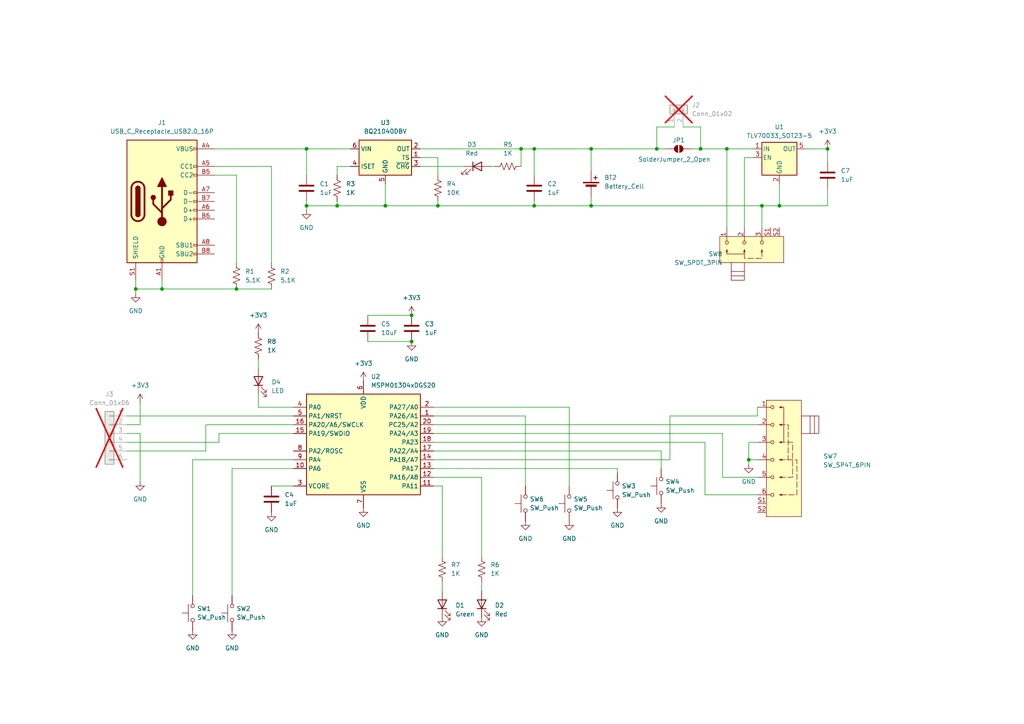
<source format=kicad_sch>
(kicad_sch (version 20250114) (generator "eeschema") (generator_version "9.0")
  (paper "A4")
  (lib_symbols
    (symbol "Battery_Management:BQ21040DBV"
      (property "Reference" "U" (at -7.62 6.35 0))
      (property "Value" "BQ21040DBV" (at 1.27 6.35 0))
      (symbol "BQ21040DBV_0_1"
        (rectangle (start -7.62 5.08) (end 7.62 -5.08) (stroke (width 0.254)) (fill (type background)))
      )
      (symbol "BQ21040DBV_1_1"
        (pin power_in line (at -10.16 2.54 0) (length 2.54) (name "VIN") (number "6"))
        (pin input line (at -10.16 -2.54 0) (length 2.54) (name "ISET") (number "4"))
        (pin power_in line (at 0 -7.62 90) (length 2.54) (name "GND") (number "5"))
        (pin power_out line (at 10.16 2.54 180) (length 2.54) (name "OUT") (number "2"))
        (pin input line (at 10.16 0 180) (length 2.54) (name "TS") (number "1"))
        (pin open_collector line (at 10.16 -2.54 180) (length 2.54) (name "~{CHG}") (number "3"))
      )
    )
    (symbol "Connector:USB_C_Receptacle_USB2.0_16P" (pin_names (offset 1.016))
      (property "Reference" "J" (at 0 22.225 0))
      (property "Value" "USB_C_Receptacle_USB2.0_16P" (at 0 19.685 0))
      (symbol "USB_C_Receptacle_USB2.0_16P_0_0"
        (rectangle (start -0.254 -17.78) (end 0.254 -16.764))
        (rectangle (start 10.16 15.494) (end 9.144 14.986))
        (rectangle (start 10.16 10.414) (end 9.144 9.906))
        (rectangle (start 10.16 7.874) (end 9.144 7.366))
        (rectangle (start 10.16 2.794) (end 9.144 2.286))
        (rectangle (start 10.16 0.254) (end 9.144 -0.254))
        (rectangle (start 10.16 -2.286) (end 9.144 -2.794))
        (rectangle (start 10.16 -4.826) (end 9.144 -5.334))
        (rectangle (start 10.16 -12.446) (end 9.144 -12.954))
        (rectangle (start 10.16 -14.986) (end 9.144 -15.494))
      )
      (symbol "USB_C_Receptacle_USB2.0_16P_0_1"
        (rectangle (start -10.16 17.78) (end 10.16 -17.78) (stroke (width 0.254)) (fill (type background)))
        (polyline (pts (xy -8.89 -3.81) (xy -8.89 3.81)) (stroke (width 0.508)))
        (rectangle (start -7.62 -3.81) (end -6.35 3.81) (stroke (width 0.254)) (fill (type outline)))
        (arc (start -7.62 3.81) (mid -6.985 4.4423) (end -6.35 3.81) (stroke (width 0.254)))
        (arc (start -7.62 3.81) (mid -6.985 4.4423) (end -6.35 3.81) (stroke (width 0.254)) (fill (type outline)))
        (arc (start -8.89 3.81) (mid -6.985 5.7067) (end -5.08 3.81) (stroke (width 0.508)))
        (arc (start -5.08 -3.81) (mid -6.985 -5.7067) (end -8.89 -3.81) (stroke (width 0.508)))
        (arc (start -6.35 -3.81) (mid -6.985 -4.4423) (end -7.62 -3.81) (stroke (width 0.254)))
        (arc (start -6.35 -3.81) (mid -6.985 -4.4423) (end -7.62 -3.81) (stroke (width 0.254)) (fill (type outline)))
        (polyline (pts (xy -5.08 3.81) (xy -5.08 -3.81)) (stroke (width 0.508)))
        (circle (center -2.54 1.143) (radius 0.635) (stroke (width 0.254)) (fill (type outline)))
        (polyline (pts (xy -1.27 4.318) (xy 0 6.858) (xy 1.27 4.318) (xy -1.27 4.318)) (stroke (width 0.254)) (fill (type outline)))
        (polyline (pts (xy 0 -2.032) (xy 2.54 0.508) (xy 2.54 1.778)) (stroke (width 0.508)))
        (polyline (pts (xy 0 -3.302) (xy -2.54 -0.762) (xy -2.54 0.508)) (stroke (width 0.508)))
        (polyline (pts (xy 0 -5.842) (xy 0 4.318)) (stroke (width 0.508)))
        (circle (center 0 -5.842) (radius 1.27) (fill (type outline)))
        (rectangle (start 1.905 1.778) (end 3.175 3.048) (stroke (width 0.254)) (fill (type outline)))
      )
      (symbol "USB_C_Receptacle_USB2.0_16P_1_1"
        (pin passive line (at -7.62 -22.86 90) (length 5.08) (name "SHIELD") (number "S1"))
        (pin passive line (at 0 -22.86 90) (length 5.08) (name "GND") (number "A1"))
        (pin passive line (at 0 -22.86 90) (length 5.08) (hide yes) (name "GND") (number "A12"))
        (pin passive line (at 0 -22.86 90) (length 5.08) (hide yes) (name "GND") (number "B1"))
        (pin passive line (at 0 -22.86 90) (length 5.08) (hide yes) (name "GND") (number "B12"))
        (pin passive line (at 15.24 15.24 180) (length 5.08) (name "VBUS") (number "A4"))
        (pin passive line (at 15.24 15.24 180) (length 5.08) (hide yes) (name "VBUS") (number "A9"))
        (pin passive line (at 15.24 15.24 180) (length 5.08) (hide yes) (name "VBUS") (number "B4"))
        (pin passive line (at 15.24 15.24 180) (length 5.08) (hide yes) (name "VBUS") (number "B9"))
        (pin bidirectional line (at 15.24 10.16 180) (length 5.08) (name "CC1") (number "A5"))
        (pin bidirectional line (at 15.24 7.62 180) (length 5.08) (name "CC2") (number "B5"))
        (pin bidirectional line (at 15.24 2.54 180) (length 5.08) (name "D-") (number "A7"))
        (pin bidirectional line (at 15.24 0 180) (length 5.08) (name "D-") (number "B7"))
        (pin bidirectional line (at 15.24 -2.54 180) (length 5.08) (name "D+") (number "A6"))
        (pin bidirectional line (at 15.24 -5.08 180) (length 5.08) (name "D+") (number "B6"))
        (pin bidirectional line (at 15.24 -12.7 180) (length 5.08) (name "SBU1") (number "A8"))
        (pin bidirectional line (at 15.24 -15.24 180) (length 5.08) (name "SBU2") (number "B8"))
      )
    )
    (symbol "Connector_Generic:Conn_01x02" (pin_names (offset 1.016) (hide yes))
      (property "Reference" "J" (at 0 2.54 0))
      (property "Value" "Conn_01x02" (at 0 -5.08 0))
      (symbol "Conn_01x02_1_1"
        (rectangle (start -1.27 1.27) (end 1.27 -3.81) (stroke (width 0.254)) (fill (type background)))
        (rectangle (start -1.27 0.127) (end 0 -0.127) (stroke (width 0.1524)))
        (rectangle (start -1.27 -2.413) (end 0 -2.667) (stroke (width 0.1524)))
        (pin passive line (at -5.08 0 0) (length 3.81) (name "Pin_1") (number "1"))
        (pin passive line (at -5.08 -2.54 0) (length 3.81) (name "Pin_2") (number "2"))
      )
    )
    (symbol "Connector_Generic:Conn_01x06" (pin_names (offset 1.016) (hide yes))
      (property "Reference" "J" (at 0 7.62 0))
      (property "Value" "Conn_01x06" (at 0 -10.16 0))
      (symbol "Conn_01x06_1_1"
        (rectangle (start -1.27 6.35) (end 1.27 -8.89) (stroke (width 0.254)) (fill (type background)))
        (rectangle (start -1.27 5.207) (end 0 4.953) (stroke (width 0.1524)))
        (rectangle (start -1.27 2.667) (end 0 2.413) (stroke (width 0.1524)))
        (rectangle (start -1.27 0.127) (end 0 -0.127) (stroke (width 0.1524)))
        (rectangle (start -1.27 -2.413) (end 0 -2.667) (stroke (width 0.1524)))
        (rectangle (start -1.27 -4.953) (end 0 -5.207) (stroke (width 0.1524)))
        (rectangle (start -1.27 -7.493) (end 0 -7.747) (stroke (width 0.1524)))
        (pin passive line (at -5.08 5.08 0) (length 3.81) (name "Pin_1") (number "1"))
        (pin passive line (at -5.08 2.54 0) (length 3.81) (name "Pin_2") (number "2"))
        (pin passive line (at -5.08 0 0) (length 3.81) (name "Pin_3") (number "3"))
        (pin passive line (at -5.08 -2.54 0) (length 3.81) (name "Pin_4") (number "4"))
        (pin passive line (at -5.08 -5.08 0) (length 3.81) (name "Pin_5") (number "5"))
        (pin passive line (at -5.08 -7.62 0) (length 3.81) (name "Pin_6") (number "6"))
      )
    )
    (symbol "Device:Battery_Cell" (pin_numbers (hide yes)) (pin_names (offset 0) (hide yes))
      (property "Reference" "BT" (at 2.54 2.54 0))
      (property "Value" "Battery_Cell" (at 2.54 0 0))
      (symbol "Battery_Cell_0_1"
        (rectangle (start -2.286 1.778) (end 2.286 1.524) (fill (type outline)))
        (rectangle (start -1.524 1.016) (end 1.524 0.508) (fill (type outline)))
        (polyline (pts (xy 0 1.778) (xy 0 2.54)))
        (polyline (pts (xy 0 0.762) (xy 0 0)))
        (polyline (pts (xy 0.762 3.048) (xy 1.778 3.048)) (stroke (width 0.254)))
        (polyline (pts (xy 1.27 3.556) (xy 1.27 2.54)) (stroke (width 0.254)))
      )
      (symbol "Battery_Cell_1_1"
        (pin passive line (at 0 5.08 270) (length 2.54) (name "+") (number "1"))
        (pin passive line (at 0 -2.54 90) (length 2.54) (name "-") (number "2"))
      )
    )
    (symbol "Device:C" (pin_numbers (hide yes)) (pin_names (offset 0.254))
      (property "Reference" "C" (at 0.635 2.54 0))
      (property "Value" "C" (at 0.635 -2.54 0))
      (symbol "C_0_1"
        (polyline (pts (xy -2.032 0.762) (xy 2.032 0.762)) (stroke (width 0.508)))
        (polyline (pts (xy -2.032 -0.762) (xy 2.032 -0.762)) (stroke (width 0.508)))
      )
      (symbol "C_1_1"
        (pin passive line (at 0 3.81 270) (length 2.794) (name "~") (number "1"))
        (pin passive line (at 0 -3.81 90) (length 2.794) (name "~") (number "2"))
      )
    )
    (symbol "Device:LED" (pin_numbers (hide yes)) (pin_names (offset 1.016) (hide yes))
      (property "Reference" "D" (at 0 2.54 0))
      (property "Value" "LED" (at 0 -2.54 0))
      (symbol "LED_0_1"
        (polyline (pts (xy -3.048 -0.762) (xy -4.572 -2.286) (xy -3.81 -2.286) (xy -4.572 -2.286) (xy -4.572 -1.524)))
        (polyline (pts (xy -1.778 -0.762) (xy -3.302 -2.286) (xy -2.54 -2.286) (xy -3.302 -2.286) (xy -3.302 -1.524)))
        (polyline (pts (xy -1.27 0) (xy 1.27 0)))
        (polyline (pts (xy -1.27 -1.27) (xy -1.27 1.27)) (stroke (width 0.254)))
        (polyline (pts (xy 1.27 -1.27) (xy 1.27 1.27) (xy -1.27 0) (xy 1.27 -1.27)) (stroke (width 0.254)))
      )
      (symbol "LED_1_1"
        (pin passive line (at -3.81 0 0) (length 2.54) (name "K") (number "1"))
        (pin passive line (at 3.81 0 180) (length 2.54) (name "A") (number "2"))
      )
    )
    (symbol "Device:R_US" (pin_numbers (hide yes)) (pin_names (offset 0))
      (property "Reference" "R" (at 2.54 0 90))
      (property "Value" "R_US" (at -2.54 0 90))
      (symbol "R_US_0_1"
        (polyline (pts (xy 0 2.286) (xy 0 2.54)))
        (polyline (pts (xy 0 2.286) (xy 1.016 1.905) (xy 0 1.524) (xy -1.016 1.143) (xy 0 0.762)))
        (polyline (pts (xy 0 0.762) (xy 1.016 0.381) (xy 0 0) (xy -1.016 -0.381) (xy 0 -0.762)))
        (polyline (pts (xy 0 -0.762) (xy 1.016 -1.143) (xy 0 -1.524) (xy -1.016 -1.905) (xy 0 -2.286)))
        (polyline (pts (xy 0 -2.286) (xy 0 -2.54)))
      )
      (symbol "R_US_1_1"
        (pin passive line (at 0 3.81 270) (length 1.27) (name "~") (number "1"))
        (pin passive line (at 0 -3.81 90) (length 1.27) (name "~") (number "2"))
      )
    )
    (symbol "Jumper:SolderJumper_2_Open" (pin_numbers (hide yes)) (pin_names (offset 0) (hide yes)) (in_bom no)
      (property "Reference" "JP" (at 0 2.032 0))
      (property "Value" "SolderJumper_2_Open" (at 0 -2.54 0))
      (symbol "SolderJumper_2_Open_0_1"
        (polyline (pts (xy -0.254 1.016) (xy -0.254 -1.016)))
        (arc (start -0.254 -1.016) (mid -1.2656 0) (end -0.254 1.016))
        (arc (start -0.254 -1.016) (mid -1.2656 0) (end -0.254 1.016) (fill (type outline)))
        (arc (start 0.254 1.016) (mid 1.2656 0) (end 0.254 -1.016))
        (arc (start 0.254 1.016) (mid 1.2656 0) (end 0.254 -1.016) (fill (type outline)))
        (polyline (pts (xy 0.254 1.016) (xy 0.254 -1.016)))
      )
      (symbol "SolderJumper_2_Open_1_1"
        (pin passive line (at -3.81 0 0) (length 2.54) (name "A") (number "1"))
        (pin passive line (at 3.81 0 180) (length 2.54) (name "B") (number "2"))
      )
    )
    (symbol "MCU_Local:MSPM0L1304xDGS20"
      (property "Reference" "U" (at -16.002 14.986 0))
      (property "Value" "MSPM01304xDGS20" (at 0 0 0))
      (symbol "MSPM0L1304xDGS20_0_1"
        (rectangle (start -16.51 13.97) (end 16.51 -15.24) (stroke (width 0.254)) (fill (type background)))
      )
      (symbol "MSPM0L1304xDGS20_1_1"
        (pin bidirectional line (at -20.32 10.16 0) (length 3.81) (name "PA0") (number "4"))
        (pin bidirectional line (at -20.32 7.62 0) (length 3.81) (name "PA1/NRST") (number "5"))
        (pin bidirectional line (at -20.32 5.08 0) (length 3.81) (name "PA20/A6/SWCLK") (number "16"))
        (pin bidirectional line (at -20.32 2.54 0) (length 3.81) (name "PA19/SWDIO") (number "15"))
        (pin bidirectional line (at -20.32 -2.54 0) (length 3.81) (name "PA2/ROSC") (number "8"))
        (pin bidirectional line (at -20.32 -5.08 0) (length 3.81) (name "PA4") (number "9"))
        (pin bidirectional line (at -20.32 -7.62 0) (length 3.81) (name "PA6") (number "10"))
        (pin passive line (at -20.32 -12.7 0) (length 3.81) (name "VCORE") (number "3"))
        (pin power_in line (at 0 17.78 270) (length 3.81) (name "VDD") (number "6"))
        (pin power_in line (at 0 -19.05 90) (length 3.81) (name "VSS") (number "7"))
        (pin bidirectional line (at 20.32 10.16 180) (length 3.81) (name "PA27/A0") (number "2"))
        (pin bidirectional line (at 20.32 7.62 180) (length 3.81) (name "PA26/A1") (number "1"))
        (pin bidirectional line (at 20.32 5.08 180) (length 3.81) (name "PC25/A2") (number "20"))
        (pin bidirectional line (at 20.32 2.54 180) (length 3.81) (name "PA24/A3") (number "19"))
        (pin bidirectional line (at 20.32 0 180) (length 3.81) (name "PA23") (number "18"))
        (pin bidirectional line (at 20.32 -2.54 180) (length 3.81) (name "PA22/A4") (number "17"))
        (pin bidirectional line (at 20.32 -5.08 180) (length 3.81) (name "PA18/A7") (number "14"))
        (pin bidirectional line (at 20.32 -7.62 180) (length 3.81) (name "PA17") (number "13"))
        (pin bidirectional line (at 20.32 -10.16 180) (length 3.81) (name "PA16/A8") (number "12"))
        (pin bidirectional line (at 20.32 -12.7 180) (length 3.81) (name "PA11") (number "11"))
      )
    )
    (symbol "MCU_Local:SW_SP4T_6PIN" (pin_names (hide yes))
      (property "Reference" "SW" (at -0.254 18.288 0))
      (property "Value" "SW_SP4T_6PIN" (at 4.318 -18.034 0))
      (symbol "SW_SP4T_6PIN_0_1"
        (circle (center -0.762 15.24) (radius 0.4572))
        (circle (center -0.762 10.16) (radius 0.4572))
        (circle (center -0.762 5.08) (radius 0.4572))
        (circle (center -0.762 0) (radius 0.4572))
        (circle (center -0.762 -5.08) (radius 0.4572))
        (circle (center -0.762 -10.16) (radius 0.4572))
        (polyline (pts (xy 1.27 15.24) (xy 2.54 15.24) (xy 2.54 5.08) (xy 1.27 5.08) (xy 1.27 5.08)))
        (polyline (pts (xy 2.032 15.494) (xy 1.27 15.24) (xy 2.032 14.986)))
        (polyline (pts (xy 2.032 10.414) (xy 1.27 10.16) (xy 2.032 9.906)))
        (polyline (pts (xy 2.032 5.334) (xy 1.27 5.08) (xy 2.032 4.826)))
        (polyline (pts (xy 2.032 0.254) (xy 1.27 0) (xy 2.032 -0.254)))
        (polyline (pts (xy 2.032 -4.826) (xy 1.27 -5.08) (xy 2.032 -5.334)))
        (polyline (pts (xy 2.032 -9.906) (xy 1.27 -10.16) (xy 2.032 -10.414)))
        (rectangle (start 7.62 12.7) (end 12.7 7.62))
        (polyline (pts (xy 10.16 12.7) (xy 10.16 7.62)))
        (polyline (pts (xy 11.43 12.7) (xy 11.43 7.62)))
      )
      (symbol "SW_SP4T_6PIN_1_1"
        (rectangle (start -2.54 17.272) (end 7.62 -16.51) (fill (type background)))
        (polyline (pts (xy 1.27 10.16) (xy 3.81 10.16) (xy 3.81 0) (xy 1.27 0)) (stroke (width 0) (type dash)))
        (polyline (pts (xy 1.27 5.08) (xy 5.08 5.08) (xy 5.08 -5.08) (xy 1.27 -5.08)) (stroke (width 0) (type dash)))
        (polyline (pts (xy 1.27 0) (xy 6.35 0) (xy 6.35 -10.16) (xy 1.27 -10.16)) (stroke (width 0) (type dash)))
        (pin passive line (at -5.08 15.24 0) (length 3.81) (name "1") (number "1"))
        (pin passive line (at -5.08 10.16 0) (length 3.81) (name "2") (number "2"))
        (pin passive line (at -5.08 5.08 0) (length 3.81) (name "3") (number "3"))
        (pin passive line (at -5.08 0 0) (length 3.81) (name "4") (number "4"))
        (pin passive line (at -5.08 -5.08 0) (length 3.81) (name "5") (number "5"))
        (pin passive line (at -5.08 -10.16 0) (length 3.81) (name "6") (number "6"))
        (pin passive line (at -5.08 -12.7 0) (length 2.54) (name "S1") (number "S1"))
        (pin passive line (at -5.08 -15.24 0) (length 2.54) (name "S2") (number "S2"))
      )
    )
    (symbol "MCU_Local:SW_SPDT_3PIN" (pin_names (hide yes))
      (property "Reference" "SW" (at -0.254 10.668 0))
      (property "Value" "SW_SPDT_3PIN" (at 2.032 -10.414 0))
      (symbol "SW_SPDT_3PIN_0_1"
        (circle (center -0.762 7.62) (radius 0.4572))
        (circle (center -0.762 2.54) (radius 0.4572))
        (circle (center -0.762 -2.54) (radius 0.4572))
        (polyline (pts (xy 1.27 7.62) (xy 2.54 7.62) (xy 2.54 2.54) (xy 1.27 2.54) (xy 2.032 2.794)))
        (polyline (pts (xy 1.27 2.54) (xy 2.032 2.286)))
        (polyline (pts (xy 2.032 7.874) (xy 1.27 7.62) (xy 2.032 7.366)))
        (polyline (pts (xy 2.032 -2.286) (xy 1.27 -2.54) (xy 2.032 -2.794)))
        (rectangle (start 5.08 6.35) (end 10.16 2.54))
        (polyline (pts (xy 7.62 6.35) (xy 7.62 2.54)))
        (polyline (pts (xy 8.89 6.35) (xy 8.89 2.54)))
      )
      (symbol "SW_SPDT_3PIN_1_1"
        (rectangle (start -2.54 9.652) (end 5.08 -8.89) (fill (type background)))
        (polyline (pts (xy 2.54 2.54) (xy 3.81 2.54) (xy 3.81 -2.54) (xy 1.27 -2.54)) (stroke (width 0) (type dash)))
        (pin passive line (at -5.08 7.62 0) (length 3.81) (name "1") (number "1"))
        (pin passive line (at -5.08 2.54 0) (length 3.81) (name "2") (number "2"))
        (pin passive line (at -5.08 -2.54 0) (length 3.81) (name "3") (number "3"))
        (pin passive line (at -5.08 -5.08 0) (length 2.54) (name "S1") (number "S1"))
        (pin passive line (at -5.08 -7.62 0) (length 2.54) (name "S2") (number "S2"))
      )
    )
    (symbol "Regulator_Linear:TLV70033_SOT23-5" (pin_names (offset 0.254))
      (property "Reference" "U" (at -3.81 5.715 0))
      (property "Value" "TLV70033_SOT23-5" (at 0 5.715 0))
      (symbol "TLV70033_SOT23-5_0_1"
        (rectangle (start -5.08 4.445) (end 5.08 -5.08) (stroke (width 0.254)) (fill (type background)))
      )
      (symbol "TLV70033_SOT23-5_1_1"
        (pin power_in line (at -7.62 2.54 0) (length 2.54) (name "IN") (number "1"))
        (pin input line (at -7.62 0 0) (length 2.54) (name "EN") (number "3"))
        (pin power_in line (at 0 -7.62 90) (length 2.54) (name "GND") (number "2"))
        (pin no_connect line (at 5.08 0 180) (length 2.54) (hide yes) (name "NC") (number "4"))
        (pin power_out line (at 7.62 2.54 180) (length 2.54) (name "OUT") (number "5"))
      )
    )
    (symbol "Switch:SW_Push" (pin_numbers (hide yes)) (pin_names (offset 1.016) (hide yes))
      (property "Reference" "SW" (at 1.27 2.54 0))
      (property "Value" "SW_Push" (at 0 -1.524 0))
      (symbol "SW_Push_0_1"
        (circle (center -2.032 0) (radius 0.508))
        (polyline (pts (xy 0 1.27) (xy 0 3.048)))
        (circle (center 2.032 0) (radius 0.508))
        (polyline (pts (xy 2.54 1.27) (xy -2.54 1.27)))
        (pin passive line (at -5.08 0 0) (length 2.54) (name "1") (number "1"))
        (pin passive line (at 5.08 0 180) (length 2.54) (name "2") (number "2"))
      )
    )
    (symbol "power:+3V3" (power) (pin_numbers (hide yes)) (pin_names (offset 0) (hide yes))
      (property "Value" "+3V3" (at 0 3.556 0))
      (symbol "+3V3_0_1"
        (polyline (pts (xy -0.762 1.27) (xy 0 2.54)))
        (polyline (pts (xy 0 2.54) (xy 0.762 1.27)))
        (polyline (pts (xy 0 0) (xy 0 2.54)))
      )
      (symbol "+3V3_1_1"
        (pin power_in line (at 0 0 90) (length 0) (name "~") (number "1"))
      )
    )
    (symbol "power:GND" (power) (pin_numbers (hide yes)) (pin_names (offset 0) (hide yes))
      (property "Value" "GND" (at 0 -3.81 0))
      (symbol "GND_0_1"
        (polyline (pts (xy 0 0) (xy 0 -1.27) (xy 1.27 -1.27) (xy 0 -2.54) (xy -1.27 -1.27) (xy 0 -1.27)))
      )
      (symbol "GND_1_1"
        (pin power_in line (at 0 0 270) (length 0) (name "~") (number "1"))
      )
    )
  )
  (junction (at 46.99 83.82))
  (junction (at 111.76 59.69))
  (junction (at 190.5 43.18))
  (junction (at 217.17 133.35))
  (junction (at 154.94 59.69))
  (junction (at 68.58 83.82))
  (junction (at 119.38 91.44))
  (junction (at 226.06 59.69))
  (junction (at 154.94 43.18))
  (junction (at 127 59.69))
  (junction (at 171.45 59.69))
  (junction (at 220.98 59.69))
  (junction (at 240.03 43.18))
  (junction (at 171.45 43.18))
  (junction (at 88.9 43.18))
  (junction (at 203.2 43.18))
  (junction (at 151.13 43.18))
  (junction (at 210.82 43.18))
  (junction (at 97.79 59.69))
  (junction (at 39.37 83.82))
  (junction (at 119.38 99.06))
  (junction (at 88.9 59.69))
  (wire (pts (xy 240.03 43.18) (xy 240.03 46.99)))
  (wire (pts (xy 217.17 133.35) (xy 219.71 133.35)))
  (wire (pts (xy 36.83 128.27) (xy 63.5 128.27)))
  (wire (pts (xy 40.64 125.73) (xy 40.64 139.7)))
  (wire (pts (xy 154.94 59.69) (xy 127 59.69)))
  (wire (pts (xy 217.17 128.27) (xy 217.17 133.35)))
  (wire (pts (xy 217.17 133.35) (xy 217.17 134.62)))
  (wire (pts (xy 165.1 118.11) (xy 165.1 140.97)))
  (wire (pts (xy 106.68 99.06) (xy 119.38 99.06)))
  (wire (pts (xy 203.2 43.18) (xy 210.82 43.18)))
  (wire (pts (xy 46.99 83.82) (xy 68.58 83.82)))
  (wire (pts (xy 111.76 53.34) (xy 111.76 59.69)))
  (wire (pts (xy 36.83 130.81) (xy 59.69 130.81)))
  (wire (pts (xy 125.73 125.73) (xy 209.55 125.73)))
  (wire (pts (xy 209.55 138.43) (xy 219.71 138.43)))
  (wire (pts (xy 40.64 116.84) (xy 40.64 123.19)))
  (wire (pts (xy 121.92 45.72) (xy 127 45.72)))
  (wire (pts (xy 198.12 36.83) (xy 203.2 36.83)))
  (wire (pts (xy 55.88 172.72) (xy 55.88 133.35)))
  (wire (pts (xy 88.9 59.69) (xy 97.79 59.69)))
  (wire (pts (xy 171.45 43.18) (xy 190.5 43.18)))
  (wire (pts (xy 125.73 138.43) (xy 139.7 138.43)))
  (wire (pts (xy 139.7 171.45) (xy 139.7 168.91)))
  (wire (pts (xy 88.9 58.42) (xy 88.9 59.69)))
  (wire (pts (xy 106.68 91.44) (xy 119.38 91.44)))
  (wire (pts (xy 101.6 48.26) (xy 97.79 48.26)))
  (wire (pts (xy 190.5 36.83) (xy 190.5 43.18)))
  (wire (pts (xy 88.9 43.18) (xy 62.23 43.18)))
  (wire (pts (xy 210.82 43.18) (xy 218.44 43.18)))
  (wire (pts (xy 240.03 59.69) (xy 226.06 59.69)))
  (wire (pts (xy 125.73 123.19) (xy 219.71 123.19)))
  (wire (pts (xy 191.77 130.81) (xy 191.77 135.89)))
  (wire (pts (xy 55.88 133.35) (xy 85.09 133.35)))
  (wire (pts (xy 74.93 106.68) (xy 74.93 104.14)))
  (wire (pts (xy 194.31 120.65) (xy 194.31 133.35)))
  (wire (pts (xy 194.31 120.65) (xy 219.71 120.65)))
  (wire (pts (xy 125.73 128.27) (xy 204.47 128.27)))
  (wire (pts (xy 151.13 43.18) (xy 151.13 48.26)))
  (wire (pts (xy 39.37 83.82) (xy 46.99 83.82)))
  (wire (pts (xy 154.94 59.69) (xy 171.45 59.69)))
  (wire (pts (xy 154.94 43.18) (xy 154.94 50.8)))
  (wire (pts (xy 125.73 135.89) (xy 179.07 135.89)))
  (wire (pts (xy 111.76 59.69) (xy 127 59.69)))
  (wire (pts (xy 46.99 81.28) (xy 46.99 83.82)))
  (wire (pts (xy 39.37 81.28) (xy 39.37 83.82)))
  (wire (pts (xy 219.71 128.27) (xy 217.17 128.27)))
  (wire (pts (xy 97.79 58.42) (xy 97.79 59.69)))
  (wire (pts (xy 171.45 59.69) (xy 220.98 59.69)))
  (wire (pts (xy 142.24 48.26) (xy 143.51 48.26)))
  (wire (pts (xy 121.92 48.26) (xy 134.62 48.26)))
  (wire (pts (xy 39.37 83.82) (xy 39.37 85.09)))
  (wire (pts (xy 63.5 125.73) (xy 85.09 125.73)))
  (wire (pts (xy 125.73 140.97) (xy 128.27 140.97)))
  (wire (pts (xy 36.83 123.19) (xy 40.64 123.19)))
  (wire (pts (xy 203.2 36.83) (xy 203.2 43.18)))
  (wire (pts (xy 68.58 76.2) (xy 68.58 50.8)))
  (wire (pts (xy 125.73 118.11) (xy 165.1 118.11)))
  (wire (pts (xy 59.69 123.19) (xy 85.09 123.19)))
  (wire (pts (xy 226.06 59.69) (xy 226.06 53.34)))
  (wire (pts (xy 36.83 125.73) (xy 40.64 125.73)))
  (wire (pts (xy 63.5 128.27) (xy 63.5 125.73)))
  (wire (pts (xy 190.5 36.83) (xy 195.58 36.83)))
  (wire (pts (xy 85.09 118.11) (xy 74.93 118.11)))
  (wire (pts (xy 151.13 43.18) (xy 154.94 43.18)))
  (wire (pts (xy 36.83 120.65) (xy 85.09 120.65)))
  (wire (pts (xy 171.45 43.18) (xy 171.45 49.53)))
  (wire (pts (xy 68.58 83.82) (xy 78.74 83.82)))
  (wire (pts (xy 200.66 43.18) (xy 203.2 43.18)))
  (wire (pts (xy 88.9 43.18) (xy 101.6 43.18)))
  (wire (pts (xy 171.45 57.15) (xy 171.45 59.69)))
  (wire (pts (xy 233.68 43.18) (xy 240.03 43.18)))
  (wire (pts (xy 240.03 54.61) (xy 240.03 59.69)))
  (wire (pts (xy 193.04 43.18) (xy 190.5 43.18)))
  (wire (pts (xy 219.71 120.65) (xy 219.71 118.11)))
  (wire (pts (xy 125.73 120.65) (xy 152.4 120.65)))
  (wire (pts (xy 139.7 138.43) (xy 139.7 161.29)))
  (wire (pts (xy 78.74 76.2) (xy 78.74 48.26)))
  (wire (pts (xy 97.79 59.69) (xy 111.76 59.69)))
  (wire (pts (xy 74.93 118.11) (xy 74.93 114.3)))
  (wire (pts (xy 215.9 45.72) (xy 215.9 66.04)))
  (wire (pts (xy 209.55 125.73) (xy 209.55 138.43)))
  (wire (pts (xy 179.07 135.89) (xy 179.07 137.16)))
  (wire (pts (xy 220.98 59.69) (xy 226.06 59.69)))
  (wire (pts (xy 210.82 43.18) (xy 210.82 66.04)))
  (wire (pts (xy 152.4 120.65) (xy 152.4 140.97)))
  (wire (pts (xy 127 58.42) (xy 127 59.69)))
  (wire (pts (xy 68.58 50.8) (xy 62.23 50.8)))
  (wire (pts (xy 218.44 45.72) (xy 215.9 45.72)))
  (wire (pts (xy 204.47 143.51) (xy 219.71 143.51)))
  (wire (pts (xy 220.98 59.69) (xy 220.98 66.04)))
  (wire (pts (xy 121.92 43.18) (xy 151.13 43.18)))
  (wire (pts (xy 125.73 130.81) (xy 191.77 130.81)))
  (wire (pts (xy 88.9 50.8) (xy 88.9 43.18)))
  (wire (pts (xy 62.23 48.26) (xy 78.74 48.26)))
  (wire (pts (xy 97.79 48.26) (xy 97.79 50.8)))
  (wire (pts (xy 127 45.72) (xy 127 50.8)))
  (wire (pts (xy 78.74 140.97) (xy 85.09 140.97)))
  (wire (pts (xy 154.94 43.18) (xy 171.45 43.18)))
  (wire (pts (xy 154.94 58.42) (xy 154.94 59.69)))
  (wire (pts (xy 128.27 140.97) (xy 128.27 161.29)))
  (wire (pts (xy 88.9 59.69) (xy 88.9 60.96)))
  (wire (pts (xy 128.27 171.45) (xy 128.27 168.91)))
  (wire (pts (xy 125.73 133.35) (xy 194.31 133.35)))
  (wire (pts (xy 67.31 135.89) (xy 67.31 172.72)))
  (wire (pts (xy 67.31 135.89) (xy 85.09 135.89)))
  (wire (pts (xy 59.69 130.81) (xy 59.69 123.19)))
  (wire (pts (xy 204.47 128.27) (xy 204.47 143.51)))
  (symbol (lib_id "power:GND") (at 67.31 182.88 0) (unit 1)
    (property "Reference" "#PWR016" (effects (hide yes)))
    (property "Value" "GND" (at 67.31 187.96 0))
    (property "Description" "Power symbol creates a global label with name \"GND\" , ground" (effects (hide yes)))
  )
  (symbol (lib_id "Device:C") (at 119.38 95.25 0) (unit 1)
    (property "Reference" "C3" (at 123.19 93.9799 0) (effects (justify left)))
    (property "Value" "1uF" (at 123.19 96.5199 0) (effects (justify left)))
    (property "Footprint" "Capacitor_SMD:C_0603_1608Metric_Pad1.08x0.95mm_HandSolder" (effects (hide yes)))
    (property "Description" "Unpolarized capacitor" (effects (hide yes)))
  )
  (symbol (lib_id "Device:R_US") (at 68.58 80.01 0) (unit 1)
    (property "Reference" "R1" (at 71.12 78.7399 0) (effects (justify left)))
    (property "Value" "5.1K" (at 71.12 81.2799 0) (effects (justify left)))
    (property "Footprint" "Resistor_SMD:R_0603_1608Metric_Pad0.98x0.95mm_HandSolder" (effects (hide yes)))
    (property "Description" "Resistor, US symbol" (effects (hide yes)))
  )
  (symbol (lib_id "power:+3V3") (at 105.41 110.49 0) (unit 1)
    (property "Reference" "#PWR04" (effects (hide yes)))
    (property "Value" "+3V3" (at 105.41 105.41 0))
    (property "Description" "Power symbol creates a global label with name \"+3V3\"" (effects (hide yes)))
  )
  (symbol (lib_id "power:GND") (at 128.27 179.07 0) (unit 1)
    (property "Reference" "#PWR012" (effects (hide yes)))
    (property "Value" "GND" (at 128.27 184.15 0))
    (property "Description" "Power symbol creates a global label with name \"GND\" , ground" (effects (hide yes)))
  )
  (symbol (lib_id "Device:C") (at 154.94 54.61 0) (unit 1)
    (property "Reference" "C2" (at 158.75 53.3399 0) (effects (justify left)))
    (property "Value" "1uF" (at 158.75 55.8799 0) (effects (justify left)))
    (property "Footprint" "Capacitor_SMD:C_0603_1608Metric_Pad1.08x0.95mm_HandSolder" (effects (hide yes)))
    (property "Description" "Unpolarized capacitor" (effects (hide yes)))
  )
  (symbol (lib_id "Switch:SW_Push") (at 165.1 146.05 90) (unit 1)
    (property "Reference" "SW5" (at 166.37 144.7799 90) (effects (justify right)))
    (property "Value" "SW_Push" (at 166.37 147.3199 90) (effects (justify right)))
    (property "Footprint" "Button_Switch_THT:SW_TH_Tactile_Omron_B3F-106x" (effects (hide yes)))
    (property "Description" "Push button switch, generic, two pins" (effects (hide yes)))
  )
  (symbol (lib_id "Device:C") (at 106.68 95.25 0) (unit 1)
    (property "Reference" "C5" (at 110.49 93.9799 0) (effects (justify left)))
    (property "Value" "10uF" (at 110.49 96.5199 0) (effects (justify left)))
    (property "Footprint" "Capacitor_SMD:C_0603_1608Metric_Pad1.08x0.95mm_HandSolder" (effects (hide yes)))
    (property "Description" "Unpolarized capacitor" (effects (hide yes)))
  )
  (symbol (lib_id "Device:C") (at 88.9 54.61 0) (unit 1)
    (property "Reference" "C1" (at 92.71 53.3399 0) (effects (justify left)))
    (property "Value" "1uF" (at 92.71 55.8799 0) (effects (justify left)))
    (property "Footprint" "Capacitor_SMD:C_0603_1608Metric_Pad1.08x0.95mm_HandSolder" (effects (hide yes)))
    (property "Description" "Unpolarized capacitor" (effects (hide yes)))
  )
  (symbol (lib_id "Device:R_US") (at 97.79 54.61 0) (unit 1)
    (property "Reference" "R3" (at 100.33 53.3399 0) (effects (justify left)))
    (property "Value" "1K" (at 100.33 55.8799 0) (effects (justify left)))
    (property "Footprint" "Resistor_SMD:R_0603_1608Metric_Pad0.98x0.95mm_HandSolder" (effects (hide yes)))
    (property "Description" "Resistor, US symbol" (effects (hide yes)))
  )
  (symbol (lib_id "Connector_Generic:Conn_01x02") (at 195.58 31.75 90) (unit 1) (dnp yes)
    (property "Reference" "J2" (at 200.66 30.4799 90) (effects (justify right)))
    (property "Value" "Conn_01x02" (at 200.66 33.0199 90) (effects (justify right)))
    (property "Footprint" "Connector_PinHeader_2.54mm:PinHeader_1x02_P2.54mm_Vertical" (effects (hide yes)))
    (property "Description" "Generic connector, single row, 01x02, script generated (kicad-library-utils/schlib/autogen/connector/)" (effects (hide yes)))
  )
  (symbol (lib_id "power:GND") (at 152.4 151.13 0) (unit 1)
    (property "Reference" "#PWR020" (effects (hide yes)))
    (property "Value" "GND" (at 152.4 156.21 0))
    (property "Description" "Power symbol creates a global label with name \"GND\" , ground" (effects (hide yes)))
  )
  (symbol (lib_id "Device:R_US") (at 147.32 48.26 90) (unit 1)
    (property "Reference" "R5" (at 147.32 41.91 90))
    (property "Value" "1K" (at 147.32 44.45 90))
    (property "Footprint" "Resistor_SMD:R_0603_1608Metric_Pad0.98x0.95mm_HandSolder" (effects (hide yes)))
    (property "Description" "Resistor, US symbol" (effects (hide yes)))
  )
  (symbol (lib_id "Connector:USB_C_Receptacle_USB2.0_16P") (at 46.99 58.42 0) (unit 1)
    (property "Reference" "J1" (at 46.99 35.56 0))
    (property "Value" "USB_C_Receptacle_USB2.0_16P" (at 46.99 38.1 0))
    (property "Footprint" "Button_Samesky:USBC_16P" (effects (hide yes)))
    (property "Datasheet" "https://www.usb.org/sites/default/files/documents/usb_type-c.zip" (effects (hide yes)))
    (property "Description" "USB 2.0-only 16P Type-C Receptacle connector" (effects (hide yes)))
  )
  (symbol (lib_id "Device:LED") (at 139.7 175.26 90) (unit 1)
    (property "Reference" "D2" (at 143.51 175.5774 90) (effects (justify right)))
    (property "Value" "Red" (at 143.51 178.1174 90) (effects (justify right)))
    (property "Footprint" "LED_SMD:LED_0603_1608Metric_Pad1.05x0.95mm_HandSolder" (effects (hide yes)))
    (property "Description" "Light emitting diode" (effects (hide yes)))
    (property "Sim.Pins" "1=K 2=A" (effects (hide yes)))
  )
  (symbol (lib_id "Switch:SW_Push") (at 179.07 142.24 90) (unit 1)
    (property "Reference" "SW3" (at 180.34 140.9699 90) (effects (justify right)))
    (property "Value" "SW_Push" (at 180.34 143.5099 90) (effects (justify right)))
    (property "Footprint" "Button_Switch_THT:SW_TH_Tactile_Omron_B3F-106x" (effects (hide yes)))
    (property "Description" "Push button switch, generic, two pins" (effects (hide yes)))
  )
  (symbol (lib_id "Device:LED") (at 128.27 175.26 90) (unit 1)
    (property "Reference" "D1" (at 132.08 175.5774 90) (effects (justify right)))
    (property "Value" "Green" (at 132.08 178.1174 90) (effects (justify right)))
    (property "Footprint" "LED_SMD:LED_0603_1608Metric_Pad1.05x0.95mm_HandSolder" (effects (hide yes)))
    (property "Description" "Light emitting diode" (effects (hide yes)))
    (property "Sim.Pins" "1=K 2=A" (effects (hide yes)))
  )
  (symbol (lib_id "Device:R_US") (at 78.74 80.01 0) (unit 1)
    (property "Reference" "R2" (at 81.28 78.7399 0) (effects (justify left)))
    (property "Value" "5.1K" (at 81.28 81.2799 0) (effects (justify left)))
    (property "Footprint" "Resistor_SMD:R_0603_1608Metric_Pad0.98x0.95mm_HandSolder" (effects (hide yes)))
    (property "Description" "Resistor, US symbol" (effects (hide yes)))
  )
  (symbol (lib_id "Regulator_Linear:TLV70033_SOT23-5") (at 226.06 45.72 0) (unit 1)
    (property "Reference" "U1" (at 226.06 36.83 0))
    (property "Value" "TLV70033_SOT23-5" (at 226.06 39.37 0))
    (property "Footprint" "Package_TO_SOT_SMD:SOT-23-5" (effects (hide yes)))
    (property "Datasheet" "http://www.ti.com/lit/ds/symlink/tlv700.pdf" (effects (hide yes)))
    (property "Description" "200mA Low Dropout Voltage Regulator, Fixed Output 3.3V, SOT-23-5" (effects (hide yes)))
  )
  (symbol (lib_id "Device:C") (at 240.03 50.8 0) (unit 1)
    (property "Reference" "C7" (at 243.84 49.5299 0) (effects (justify left)))
    (property "Value" "1uF" (at 243.84 52.0699 0) (effects (justify left)))
    (property "Footprint" "Capacitor_SMD:C_0603_1608Metric_Pad1.08x0.95mm_HandSolder" (effects (hide yes)))
    (property "Description" "Unpolarized capacitor" (effects (hide yes)))
  )
  (symbol (lib_id "power:GND") (at 78.74 148.59 0) (unit 1)
    (property "Reference" "#PWR06" (effects (hide yes)))
    (property "Value" "GND" (at 78.74 153.67 0))
    (property "Description" "Power symbol creates a global label with name \"GND\" , ground" (effects (hide yes)))
  )
  (symbol (lib_id "power:+3V3") (at 240.03 43.18 0) (unit 1)
    (property "Reference" "#PWR03" (effects (hide yes)))
    (property "Value" "+3V3" (at 240.03 38.1 0))
    (property "Description" "Power symbol creates a global label with name \"+3V3\"" (effects (hide yes)))
  )
  (symbol (lib_id "power:GND") (at 191.77 146.05 0) (unit 1)
    (property "Reference" "#PWR08" (effects (hide yes)))
    (property "Value" "GND" (at 191.77 151.13 0))
    (property "Description" "Power symbol creates a global label with name \"GND\" , ground" (effects (hide yes)))
  )
  (symbol (lib_id "Device:R_US") (at 139.7 165.1 0) (unit 1)
    (property "Reference" "R6" (at 142.24 163.8299 0) (effects (justify left)))
    (property "Value" "1K" (at 142.24 166.3699 0) (effects (justify left)))
    (property "Footprint" "Resistor_SMD:R_0603_1608Metric_Pad0.98x0.95mm_HandSolder" (effects (hide yes)))
    (property "Description" "Resistor, US symbol" (effects (hide yes)))
  )
  (symbol (lib_id "Device:LED") (at 138.43 48.26 0) (unit 1)
    (property "Reference" "D3" (at 136.8425 41.91 0))
    (property "Value" "Red" (at 136.8425 44.45 0))
    (property "Footprint" "LED_SMD:LED_0603_1608Metric_Pad1.05x0.95mm_HandSolder" (effects (hide yes)))
    (property "Description" "Light emitting diode" (effects (hide yes)))
    (property "Sim.Pins" "1=K 2=A" (effects (hide yes)))
  )
  (symbol (lib_id "power:+3V3") (at 74.93 96.52 0) (unit 1)
    (property "Reference" "#PWR013" (effects (hide yes)))
    (property "Value" "+3V3" (at 74.93 91.44 0))
    (property "Description" "Power symbol creates a global label with name \"+3V3\"" (effects (hide yes)))
  )
  (symbol (lib_id "MCU_Local:MSPM0L1304xDGS20") (at 105.41 128.27 0) (unit 1)
    (property "Reference" "U2" (at 107.5533 109.22 0) (effects (justify left)))
    (property "Value" "MSPM01304xDGS20" (at 107.5533 111.76 0) (effects (justify left)))
    (property "Footprint" "Button_Samesky:TI_DGS20" (effects (hide yes)))
    (property "Description" "16kB Flash, 2kB RAM, VSSOP-20" (effects (hide yes)))
  )
  (symbol (lib_id "Switch:SW_Push") (at 67.31 177.8 90) (unit 1)
    (property "Reference" "SW2" (at 68.58 176.5299 90) (effects (justify right)))
    (property "Value" "SW_Push" (at 68.58 179.0699 90) (effects (justify right)))
    (property "Footprint" "Button_Switch_THT:SW_Tactile_SPST_Angled_PTS645Vx58-2LFS" (effects (hide yes)))
    (property "Description" "Push button switch, generic, two pins" (effects (hide yes)))
  )
  (symbol (lib_id "MCU_Local:SW_SP4T_6PIN") (at 224.79 133.35 0) (unit 1)
    (property "Reference" "SW7" (at 238.76 132.3339 0) (effects (justify left)))
    (property "Value" "SW_SP4T_6PIN" (at 238.76 134.8739 0) (effects (justify left)))
    (property "Footprint" "Button_Samesky:SW_SPDT_Slide_Samesky_SLW-147844" (effects (hide yes)))
  )
  (symbol (lib_id "Jumper:SolderJumper_2_Open") (at 196.85 43.18 0) (unit 1) (in_bom no)
    (property "Reference" "JP1" (at 196.85 40.64 0))
    (property "Value" "SolderJumper_2_Open" (at 195.58 46.228 0))
    (property "Footprint" "Jumper:SolderJumper-2_P1.3mm_Open_TrianglePad1.0x1.5mm" (effects (hide yes)))
    (property "Description" "Solder Jumper, 2-pole, open" (effects (hide yes)))
  )
  (symbol (lib_id "Device:LED") (at 74.93 110.49 90) (unit 1)
    (property "Reference" "D4" (at 78.74 110.8074 90) (effects (justify right)))
    (property "Value" "LED" (at 78.74 113.3474 90) (effects (justify right)))
    (property "Footprint" "LED_THT:LED_D5.0mm_Horizontal_O6.35mm_Z3.0mm" (effects (hide yes)))
    (property "Description" "Light emitting diode" (effects (hide yes)))
    (property "Sim.Pins" "1=K 2=A" (effects (hide yes)))
  )
  (symbol (lib_id "MCU_Local:SW_SPDT_3PIN") (at 218.44 71.12 90) (mirror x) (unit 1)
    (property "Reference" "SW8" (at 209.55 73.6599 90) (effects (justify left)))
    (property "Value" "SW_SPDT_3PIN" (at 209.55 76.1999 90) (effects (justify left)))
    (property "Footprint" "Button_Samesky:SW_SPDT_Slide_Samesky_SLW-129956" (effects (hide yes)))
  )
  (symbol (lib_id "Switch:SW_Push") (at 191.77 140.97 90) (unit 1)
    (property "Reference" "SW4" (at 193.04 139.6999 90) (effects (justify right)))
    (property "Value" "SW_Push" (at 193.04 142.2399 90) (effects (justify right)))
    (property "Footprint" "Button_Switch_THT:SW_TH_Tactile_Omron_B3F-106x" (effects (hide yes)))
    (property "Description" "Push button switch, generic, two pins" (effects (hide yes)))
  )
  (symbol (lib_id "Switch:SW_Push") (at 152.4 146.05 90) (unit 1)
    (property "Reference" "SW6" (at 153.67 144.7799 90) (effects (justify right)))
    (property "Value" "SW_Push" (at 153.67 147.3199 90) (effects (justify right)))
    (property "Footprint" "Button_Switch_THT:SW_TH_Tactile_Omron_B3F-106x" (effects (hide yes)))
    (property "Description" "Push button switch, generic, two pins" (effects (hide yes)))
  )
  (symbol (lib_id "Connector_Generic:Conn_01x06") (at 31.75 125.73 0) (mirror y) (unit 1) (dnp yes)
    (property "Reference" "J3" (at 31.75 114.3 0))
    (property "Value" "Conn_01x06" (at 31.75 116.84 0))
    (property "Footprint" "Connector_PinHeader_2.54mm:PinHeader_1x06_P2.54mm_Vertical" (effects (hide yes)))
    (property "Description" "Generic connector, single row, 01x06, script generated (kicad-library-utils/schlib/autogen/connector/)" (effects (hide yes)))
  )
  (symbol (lib_id "power:GND") (at 165.1 151.13 0) (unit 1)
    (property "Reference" "#PWR019" (effects (hide yes)))
    (property "Value" "GND" (at 165.1 156.21 0))
    (property "Description" "Power symbol creates a global label with name \"GND\" , ground" (effects (hide yes)))
  )
  (symbol (lib_id "power:GND") (at 40.64 139.7 0) (unit 1)
    (property "Reference" "#PWR010" (effects (hide yes)))
    (property "Value" "GND" (at 40.64 144.78 0))
    (property "Description" "Power symbol creates a global label with name \"GND\" , ground" (effects (hide yes)))
  )
  (symbol (lib_id "power:GND") (at 119.38 99.06 0) (unit 1)
    (property "Reference" "#PWR014" (effects (hide yes)))
    (property "Value" "GND" (at 119.38 104.14 0))
    (property "Description" "Power symbol creates a global label with name \"GND\" , ground" (effects (hide yes)))
  )
  (symbol (lib_id "power:GND") (at 39.37 85.09 0) (unit 1)
    (property "Reference" "#PWR01" (effects (hide yes)))
    (property "Value" "GND" (at 39.37 90.17 0))
    (property "Description" "Power symbol creates a global label with name \"GND\" , ground" (effects (hide yes)))
  )
  (symbol (lib_id "power:GND") (at 88.9 60.96 0) (unit 1)
    (property "Reference" "#PWR02" (effects (hide yes)))
    (property "Value" "GND" (at 88.9 66.04 0))
    (property "Description" "Power symbol creates a global label with name \"GND\" , ground" (effects (hide yes)))
  )
  (symbol (lib_id "Device:R_US") (at 127 54.61 0) (unit 1)
    (property "Reference" "R4" (at 129.54 53.3399 0) (effects (justify left)))
    (property "Value" "10K" (at 129.54 55.8799 0) (effects (justify left)))
    (property "Footprint" "Resistor_SMD:R_0603_1608Metric_Pad0.98x0.95mm_HandSolder" (effects (hide yes)))
    (property "Description" "Resistor, US symbol" (effects (hide yes)))
  )
  (symbol (lib_id "power:GND") (at 179.07 147.32 0) (unit 1)
    (property "Reference" "#PWR017" (effects (hide yes)))
    (property "Value" "GND" (at 179.07 152.4 0))
    (property "Description" "Power symbol creates a global label with name \"GND\" , ground" (effects (hide yes)))
  )
  (symbol (lib_id "Device:C") (at 78.74 144.78 0) (unit 1)
    (property "Reference" "C4" (at 82.55 143.5099 0) (effects (justify left)))
    (property "Value" "1uF" (at 82.55 146.0499 0) (effects (justify left)))
    (property "Footprint" "Capacitor_SMD:C_0603_1608Metric_Pad1.08x0.95mm_HandSolder" (effects (hide yes)))
    (property "Description" "Unpolarized capacitor" (effects (hide yes)))
  )
  (symbol (lib_id "power:GND") (at 217.17 134.62 0) (unit 1)
    (property "Reference" "#PWR07" (effects (hide yes)))
    (property "Value" "GND" (at 217.17 139.7 0))
    (property "Description" "Power symbol creates a global label with name \"GND\" , ground" (effects (hide yes)))
  )
  (symbol (lib_id "Device:R_US") (at 74.93 100.33 0) (unit 1)
    (property "Reference" "R8" (at 77.47 99.0599 0) (effects (justify left)))
    (property "Value" "1K" (at 77.47 101.5999 0) (effects (justify left)))
    (property "Footprint" "Resistor_SMD:R_0603_1608Metric_Pad0.98x0.95mm_HandSolder" (effects (hide yes)))
    (property "Description" "Resistor, US symbol" (effects (hide yes)))
  )
  (symbol (lib_id "Battery_Management:BQ21040DBV") (at 111.76 45.72 0) (unit 1)
    (property "Reference" "U3" (at 111.76 35.56 0))
    (property "Value" "BQ21040DBV" (at 111.76 38.1 0))
    (property "Footprint" "Package_TO_SOT_SMD:SOT-23-6" (effects (hide yes)))
    (property "Datasheet" "https://www.ti.com/lit/ds/symlink/bq21040.pdf" (effects (hide yes)))
    (property "Description" "Single cell, 0.8A Li-Ion/Li-Po linear charge management controller, up to 30V input, 4.2V charge voltage, Open-Drain Status Output, Temperature sense input, SOT-23-6" (effects (hide yes)))
  )
  (symbol (lib_id "power:GND") (at 105.41 147.32 0) (unit 1)
    (property "Reference" "#PWR05" (effects (hide yes)))
    (property "Value" "GND" (at 105.41 152.4 0))
    (property "Description" "Power symbol creates a global label with name \"GND\" , ground" (effects (hide yes)))
  )
  (symbol (lib_id "power:+3V3") (at 119.38 91.44 0) (unit 1)
    (property "Reference" "#PWR015" (effects (hide yes)))
    (property "Value" "+3V3" (at 119.38 86.36 0))
    (property "Description" "Power symbol creates a global label with name \"+3V3\"" (effects (hide yes)))
  )
  (symbol (lib_id "power:GND") (at 55.88 182.88 0) (unit 1)
    (property "Reference" "#PWR018" (effects (hide yes)))
    (property "Value" "GND" (at 55.88 187.96 0))
    (property "Description" "Power symbol creates a global label with name \"GND\" , ground" (effects (hide yes)))
  )
  (symbol (lib_id "Device:Battery_Cell") (at 171.45 54.61 0) (unit 1)
    (property "Reference" "BT2" (at 175.26 51.4984 0) (effects (justify left)))
    (property "Value" "Battery_Cell" (at 175.26 54.0384 0) (effects (justify left)))
    (property "Footprint" "Button_Samesky:Battery_Holder_MPD_BCAAPC" (effects (hide yes)))
    (property "Description" "Single-cell battery" (effects (hide yes)))
  )
  (symbol (lib_id "Device:R_US") (at 128.27 165.1 0) (unit 1)
    (property "Reference" "R7" (at 130.81 163.8299 0) (effects (justify left)))
    (property "Value" "1K" (at 130.81 166.3699 0) (effects (justify left)))
    (property "Footprint" "Resistor_SMD:R_0603_1608Metric_Pad0.98x0.95mm_HandSolder" (effects (hide yes)))
    (property "Description" "Resistor, US symbol" (effects (hide yes)))
  )
  (symbol (lib_id "Switch:SW_Push") (at 55.88 177.8 90) (unit 1)
    (property "Reference" "SW1" (at 57.15 176.5299 90) (effects (justify right)))
    (property "Value" "SW_Push" (at 57.15 179.0699 90) (effects (justify right)))
    (property "Footprint" "Button_Switch_THT:SW_Tactile_SPST_Angled_PTS645Vx58-2LFS" (effects (hide yes)))
    (property "Description" "Push button switch, generic, two pins" (effects (hide yes)))
  )
  (symbol (lib_id "power:+3V3") (at 40.64 116.84 0) (unit 1)
    (property "Reference" "#PWR09" (effects (hide yes)))
    (property "Value" "+3V3" (at 40.64 111.76 0))
    (property "Description" "Power symbol creates a global label with name \"+3V3\"" (effects (hide yes)))
  )
  (symbol (lib_id "power:GND") (at 139.7 179.07 0) (unit 1)
    (property "Reference" "#PWR011" (effects (hide yes)))
    (property "Value" "GND" (at 139.7 184.15 0))
    (property "Description" "Power symbol creates a global label with name \"GND\" , ground" (effects (hide yes)))
  )
)
</source>
